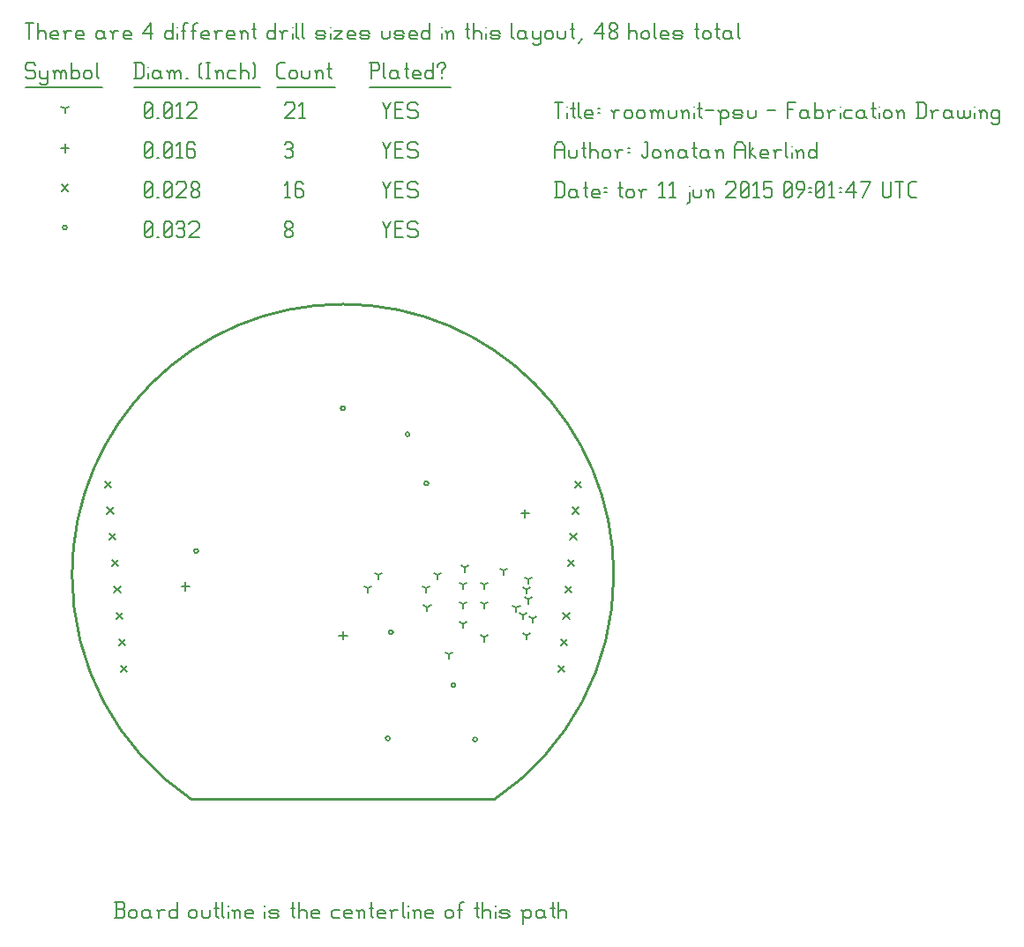
<source format=gbr>
G04 start of page 12 for group -3984 idx -3984 *
G04 Title: roomunit-psu, fab *
G04 Creator: pcb 1.99z *
G04 CreationDate: tor 11 jun 2015 09:01:47 UTC *
G04 For: jonatan *
G04 Format: Gerber/RS-274X *
G04 PCB-Dimensions (mil): 2401.57 2401.57 *
G04 PCB-Coordinate-Origin: lower left *
%MOIN*%
%FSLAX25Y25*%
%LNFAB*%
%ADD106C,0.0100*%
%ADD105C,0.0075*%
%ADD104C,0.0060*%
%ADD103R,0.0080X0.0080*%
G54D103*X136208Y58268D02*G75*G03X137808Y58268I800J0D01*G01*
G75*G03X136208Y58268I-800J0D01*G01*
X143688Y173228D02*G75*G03X145288Y173228I800J0D01*G01*
G75*G03X143688Y173228I-800J0D01*G01*
X150775Y154724D02*G75*G03X152375Y154724I800J0D01*G01*
G75*G03X150775Y154724I-800J0D01*G01*
X137389Y98425D02*G75*G03X138989Y98425I800J0D01*G01*
G75*G03X137389Y98425I-800J0D01*G01*
X119279Y183071D02*G75*G03X120879Y183071I800J0D01*G01*
G75*G03X119279Y183071I-800J0D01*G01*
X63767Y129134D02*G75*G03X65367Y129134I800J0D01*G01*
G75*G03X63767Y129134I-800J0D01*G01*
X169279Y57874D02*G75*G03X170879Y57874I800J0D01*G01*
G75*G03X169279Y57874I-800J0D01*G01*
X161011Y78346D02*G75*G03X162611Y78346I800J0D01*G01*
G75*G03X161011Y78346I-800J0D01*G01*
X14200Y251407D02*G75*G03X15800Y251407I800J0D01*G01*
G75*G03X14200Y251407I-800J0D01*G01*
G54D104*X135000Y253657D02*X136500Y250657D01*
X138000Y253657D01*
X136500Y250657D02*Y247657D01*
X139800Y250957D02*X142050D01*
X139800Y247657D02*X142800D01*
X139800Y253657D02*Y247657D01*
Y253657D02*X142800D01*
X147600D02*X148350Y252907D01*
X145350Y253657D02*X147600D01*
X144600Y252907D02*X145350Y253657D01*
X144600Y252907D02*Y251407D01*
X145350Y250657D01*
X147600D01*
X148350Y249907D01*
Y248407D01*
X147600Y247657D02*X148350Y248407D01*
X145350Y247657D02*X147600D01*
X144600Y248407D02*X145350Y247657D01*
X98000Y248407D02*X98750Y247657D01*
X98000Y249607D02*Y248407D01*
Y249607D02*X99050Y250657D01*
X99950D01*
X101000Y249607D01*
Y248407D01*
X100250Y247657D02*X101000Y248407D01*
X98750Y247657D02*X100250D01*
X98000Y251707D02*X99050Y250657D01*
X98000Y252907D02*Y251707D01*
Y252907D02*X98750Y253657D01*
X100250D01*
X101000Y252907D01*
Y251707D01*
X99950Y250657D02*X101000Y251707D01*
X45000Y248407D02*X45750Y247657D01*
X45000Y252907D02*Y248407D01*
Y252907D02*X45750Y253657D01*
X47250D01*
X48000Y252907D01*
Y248407D01*
X47250Y247657D02*X48000Y248407D01*
X45750Y247657D02*X47250D01*
X45000Y249157D02*X48000Y252157D01*
X49800Y247657D02*X50550D01*
X52350Y248407D02*X53100Y247657D01*
X52350Y252907D02*Y248407D01*
Y252907D02*X53100Y253657D01*
X54600D01*
X55350Y252907D01*
Y248407D01*
X54600Y247657D02*X55350Y248407D01*
X53100Y247657D02*X54600D01*
X52350Y249157D02*X55350Y252157D01*
X57150Y252907D02*X57900Y253657D01*
X59400D01*
X60150Y252907D01*
X59400Y247657D02*X60150Y248407D01*
X57900Y247657D02*X59400D01*
X57150Y248407D02*X57900Y247657D01*
Y250957D02*X59400D01*
X60150Y252907D02*Y251707D01*
Y250207D02*Y248407D01*
Y250207D02*X59400Y250957D01*
X60150Y251707D02*X59400Y250957D01*
X61950Y252907D02*X62700Y253657D01*
X64950D01*
X65700Y252907D01*
Y251407D01*
X61950Y247657D02*X65700Y251407D01*
X61950Y247657D02*X65700D01*
X36202Y85846D02*X38602Y83446D01*
X36202D02*X38602Y85846D01*
X35330Y95807D02*X37730Y93407D01*
X35330D02*X37730Y95807D01*
X34458Y105770D02*X36858Y103370D01*
X34458D02*X36858Y105770D01*
X33587Y115731D02*X35987Y113331D01*
X33587D02*X35987Y115731D01*
X32715Y125693D02*X35115Y123293D01*
X32715D02*X35115Y125693D01*
X31844Y135656D02*X34244Y133256D01*
X31844D02*X34244Y135656D01*
X30972Y145617D02*X33372Y143217D01*
X30972D02*X33372Y145617D01*
X30101Y155579D02*X32501Y153179D01*
X30101D02*X32501Y155579D01*
X201556Y85846D02*X203956Y83446D01*
X201556D02*X203956Y85846D01*
X202428Y95807D02*X204828Y93407D01*
X202428D02*X204828Y95807D01*
X203299Y105770D02*X205699Y103370D01*
X203299D02*X205699Y105770D01*
X204170Y115731D02*X206570Y113331D01*
X204170D02*X206570Y115731D01*
X205042Y125693D02*X207442Y123293D01*
X205042D02*X207442Y125693D01*
X205914Y135656D02*X208314Y133256D01*
X205914D02*X208314Y135656D01*
X206785Y145617D02*X209185Y143217D01*
X206785D02*X209185Y145617D01*
X207657Y155579D02*X210057Y153179D01*
X207657D02*X210057Y155579D01*
X13800Y267607D02*X16200Y265207D01*
X13800D02*X16200Y267607D01*
X135000Y268657D02*X136500Y265657D01*
X138000Y268657D01*
X136500Y265657D02*Y262657D01*
X139800Y265957D02*X142050D01*
X139800Y262657D02*X142800D01*
X139800Y268657D02*Y262657D01*
Y268657D02*X142800D01*
X147600D02*X148350Y267907D01*
X145350Y268657D02*X147600D01*
X144600Y267907D02*X145350Y268657D01*
X144600Y267907D02*Y266407D01*
X145350Y265657D01*
X147600D01*
X148350Y264907D01*
Y263407D01*
X147600Y262657D02*X148350Y263407D01*
X145350Y262657D02*X147600D01*
X144600Y263407D02*X145350Y262657D01*
X98000Y267457D02*X99200Y268657D01*
Y262657D01*
X98000D02*X100250D01*
X104300Y268657D02*X105050Y267907D01*
X102800Y268657D02*X104300D01*
X102050Y267907D02*X102800Y268657D01*
X102050Y267907D02*Y263407D01*
X102800Y262657D01*
X104300Y265957D02*X105050Y265207D01*
X102050Y265957D02*X104300D01*
X102800Y262657D02*X104300D01*
X105050Y263407D01*
Y265207D02*Y263407D01*
X45000D02*X45750Y262657D01*
X45000Y267907D02*Y263407D01*
Y267907D02*X45750Y268657D01*
X47250D01*
X48000Y267907D01*
Y263407D01*
X47250Y262657D02*X48000Y263407D01*
X45750Y262657D02*X47250D01*
X45000Y264157D02*X48000Y267157D01*
X49800Y262657D02*X50550D01*
X52350Y263407D02*X53100Y262657D01*
X52350Y267907D02*Y263407D01*
Y267907D02*X53100Y268657D01*
X54600D01*
X55350Y267907D01*
Y263407D01*
X54600Y262657D02*X55350Y263407D01*
X53100Y262657D02*X54600D01*
X52350Y264157D02*X55350Y267157D01*
X57150Y267907D02*X57900Y268657D01*
X60150D01*
X60900Y267907D01*
Y266407D01*
X57150Y262657D02*X60900Y266407D01*
X57150Y262657D02*X60900D01*
X62700Y263407D02*X63450Y262657D01*
X62700Y264607D02*Y263407D01*
Y264607D02*X63750Y265657D01*
X64650D01*
X65700Y264607D01*
Y263407D01*
X64950Y262657D02*X65700Y263407D01*
X63450Y262657D02*X64950D01*
X62700Y266707D02*X63750Y265657D01*
X62700Y267907D02*Y266707D01*
Y267907D02*X63450Y268657D01*
X64950D01*
X65700Y267907D01*
Y266707D01*
X64650Y265657D02*X65700Y266707D01*
X120079Y98844D02*Y95644D01*
X118479Y97244D02*X121679D01*
X188976Y144907D02*Y141707D01*
X187376Y143307D02*X190576D01*
X60630Y117348D02*Y114148D01*
X59030Y115748D02*X62230D01*
X15000Y283007D02*Y279807D01*
X13400Y281407D02*X16600D01*
X135000Y283657D02*X136500Y280657D01*
X138000Y283657D01*
X136500Y280657D02*Y277657D01*
X139800Y280957D02*X142050D01*
X139800Y277657D02*X142800D01*
X139800Y283657D02*Y277657D01*
Y283657D02*X142800D01*
X147600D02*X148350Y282907D01*
X145350Y283657D02*X147600D01*
X144600Y282907D02*X145350Y283657D01*
X144600Y282907D02*Y281407D01*
X145350Y280657D01*
X147600D01*
X148350Y279907D01*
Y278407D01*
X147600Y277657D02*X148350Y278407D01*
X145350Y277657D02*X147600D01*
X144600Y278407D02*X145350Y277657D01*
X98000Y282907D02*X98750Y283657D01*
X100250D01*
X101000Y282907D01*
X100250Y277657D02*X101000Y278407D01*
X98750Y277657D02*X100250D01*
X98000Y278407D02*X98750Y277657D01*
Y280957D02*X100250D01*
X101000Y282907D02*Y281707D01*
Y280207D02*Y278407D01*
Y280207D02*X100250Y280957D01*
X101000Y281707D02*X100250Y280957D01*
X45000Y278407D02*X45750Y277657D01*
X45000Y282907D02*Y278407D01*
Y282907D02*X45750Y283657D01*
X47250D01*
X48000Y282907D01*
Y278407D01*
X47250Y277657D02*X48000Y278407D01*
X45750Y277657D02*X47250D01*
X45000Y279157D02*X48000Y282157D01*
X49800Y277657D02*X50550D01*
X52350Y278407D02*X53100Y277657D01*
X52350Y282907D02*Y278407D01*
Y282907D02*X53100Y283657D01*
X54600D01*
X55350Y282907D01*
Y278407D01*
X54600Y277657D02*X55350Y278407D01*
X53100Y277657D02*X54600D01*
X52350Y279157D02*X55350Y282157D01*
X57150Y282457D02*X58350Y283657D01*
Y277657D01*
X57150D02*X59400D01*
X63450Y283657D02*X64200Y282907D01*
X61950Y283657D02*X63450D01*
X61200Y282907D02*X61950Y283657D01*
X61200Y282907D02*Y278407D01*
X61950Y277657D01*
X63450Y280957D02*X64200Y280207D01*
X61200Y280957D02*X63450D01*
X61950Y277657D02*X63450D01*
X64200Y278407D01*
Y280207D02*Y278407D01*
X191732Y103543D02*Y101943D01*
Y103543D02*X193119Y104343D01*
X191732Y103543D02*X190346Y104343D01*
X189567Y97244D02*Y95644D01*
Y97244D02*X190954Y98044D01*
X189567Y97244D02*X188180Y98044D01*
X188189Y104921D02*Y103321D01*
Y104921D02*X189576Y105721D01*
X188189Y104921D02*X186802Y105721D01*
X190157Y110827D02*Y109227D01*
Y110827D02*X191544Y111627D01*
X190157Y110827D02*X188771Y111627D01*
X180906Y121654D02*Y120054D01*
Y121654D02*X182292Y122454D01*
X180906Y121654D02*X179519Y122454D01*
X190157Y118307D02*Y116707D01*
Y118307D02*X191544Y119107D01*
X190157Y118307D02*X188771Y119107D01*
X189370Y114567D02*Y112967D01*
Y114567D02*X190757Y115367D01*
X189370Y114567D02*X187983Y115367D01*
X185630Y107677D02*Y106077D01*
Y107677D02*X187017Y108477D01*
X185630Y107677D02*X184243Y108477D01*
X160039Y89961D02*Y88361D01*
Y89961D02*X161426Y90761D01*
X160039Y89961D02*X158653Y90761D01*
X151575Y114961D02*Y113361D01*
Y114961D02*X152961Y115761D01*
X151575Y114961D02*X150188Y115761D01*
X155906Y120079D02*Y118479D01*
Y120079D02*X157292Y120879D01*
X155906Y120079D02*X154519Y120879D01*
X151969Y107874D02*Y106274D01*
Y107874D02*X153355Y108674D01*
X151969Y107874D02*X150582Y108674D01*
X166142Y122835D02*Y121235D01*
Y122835D02*X167528Y123635D01*
X166142Y122835D02*X164755Y123635D01*
X129528Y114961D02*Y113361D01*
Y114961D02*X130914Y115761D01*
X129528Y114961D02*X128141Y115761D01*
X133465Y120079D02*Y118479D01*
Y120079D02*X134851Y120879D01*
X133465Y120079D02*X132078Y120879D01*
X165551Y116339D02*Y114739D01*
Y116339D02*X166938Y117139D01*
X165551Y116339D02*X164165Y117139D01*
X173425Y116339D02*Y114739D01*
Y116339D02*X174812Y117139D01*
X173425Y116339D02*X172039Y117139D01*
X173425Y96457D02*Y94857D01*
Y96457D02*X174812Y97257D01*
X173425Y96457D02*X172039Y97257D01*
X165551Y101575D02*Y99975D01*
Y101575D02*X166938Y102375D01*
X165551Y101575D02*X164165Y102375D01*
X165551Y109055D02*Y107455D01*
Y109055D02*X166938Y109855D01*
X165551Y109055D02*X164165Y109855D01*
X173425Y109055D02*Y107455D01*
Y109055D02*X174812Y109855D01*
X173425Y109055D02*X172039Y109855D01*
X15000Y296407D02*Y294807D01*
Y296407D02*X16387Y297207D01*
X15000Y296407D02*X13613Y297207D01*
X135000Y298657D02*X136500Y295657D01*
X138000Y298657D01*
X136500Y295657D02*Y292657D01*
X139800Y295957D02*X142050D01*
X139800Y292657D02*X142800D01*
X139800Y298657D02*Y292657D01*
Y298657D02*X142800D01*
X147600D02*X148350Y297907D01*
X145350Y298657D02*X147600D01*
X144600Y297907D02*X145350Y298657D01*
X144600Y297907D02*Y296407D01*
X145350Y295657D01*
X147600D01*
X148350Y294907D01*
Y293407D01*
X147600Y292657D02*X148350Y293407D01*
X145350Y292657D02*X147600D01*
X144600Y293407D02*X145350Y292657D01*
X98000Y297907D02*X98750Y298657D01*
X101000D01*
X101750Y297907D01*
Y296407D01*
X98000Y292657D02*X101750Y296407D01*
X98000Y292657D02*X101750D01*
X103550Y297457D02*X104750Y298657D01*
Y292657D01*
X103550D02*X105800D01*
X45000Y293407D02*X45750Y292657D01*
X45000Y297907D02*Y293407D01*
Y297907D02*X45750Y298657D01*
X47250D01*
X48000Y297907D01*
Y293407D01*
X47250Y292657D02*X48000Y293407D01*
X45750Y292657D02*X47250D01*
X45000Y294157D02*X48000Y297157D01*
X49800Y292657D02*X50550D01*
X52350Y293407D02*X53100Y292657D01*
X52350Y297907D02*Y293407D01*
Y297907D02*X53100Y298657D01*
X54600D01*
X55350Y297907D01*
Y293407D01*
X54600Y292657D02*X55350Y293407D01*
X53100Y292657D02*X54600D01*
X52350Y294157D02*X55350Y297157D01*
X57150Y297457D02*X58350Y298657D01*
Y292657D01*
X57150D02*X59400D01*
X61200Y297907D02*X61950Y298657D01*
X64200D01*
X64950Y297907D01*
Y296407D01*
X61200Y292657D02*X64950Y296407D01*
X61200Y292657D02*X64950D01*
X3000Y313657D02*X3750Y312907D01*
X750Y313657D02*X3000D01*
X0Y312907D02*X750Y313657D01*
X0Y312907D02*Y311407D01*
X750Y310657D01*
X3000D01*
X3750Y309907D01*
Y308407D01*
X3000Y307657D02*X3750Y308407D01*
X750Y307657D02*X3000D01*
X0Y308407D02*X750Y307657D01*
X5550Y310657D02*Y308407D01*
X6300Y307657D01*
X8550Y310657D02*Y306157D01*
X7800Y305407D02*X8550Y306157D01*
X6300Y305407D02*X7800D01*
X5550Y306157D02*X6300Y305407D01*
Y307657D02*X7800D01*
X8550Y308407D01*
X11100Y309907D02*Y307657D01*
Y309907D02*X11850Y310657D01*
X12600D01*
X13350Y309907D01*
Y307657D01*
Y309907D02*X14100Y310657D01*
X14850D01*
X15600Y309907D01*
Y307657D01*
X10350Y310657D02*X11100Y309907D01*
X17400Y313657D02*Y307657D01*
Y308407D02*X18150Y307657D01*
X19650D01*
X20400Y308407D01*
Y309907D02*Y308407D01*
X19650Y310657D02*X20400Y309907D01*
X18150Y310657D02*X19650D01*
X17400Y309907D02*X18150Y310657D01*
X22200Y309907D02*Y308407D01*
Y309907D02*X22950Y310657D01*
X24450D01*
X25200Y309907D01*
Y308407D01*
X24450Y307657D02*X25200Y308407D01*
X22950Y307657D02*X24450D01*
X22200Y308407D02*X22950Y307657D01*
X27000Y313657D02*Y308407D01*
X27750Y307657D01*
X0Y304407D02*X29250D01*
X41750Y313657D02*Y307657D01*
X43700Y313657D02*X44750Y312607D01*
Y308707D01*
X43700Y307657D02*X44750Y308707D01*
X41000Y307657D02*X43700D01*
X41000Y313657D02*X43700D01*
G54D105*X46550Y312157D02*Y312007D01*
G54D104*Y309907D02*Y307657D01*
X50300Y310657D02*X51050Y309907D01*
X48800Y310657D02*X50300D01*
X48050Y309907D02*X48800Y310657D01*
X48050Y309907D02*Y308407D01*
X48800Y307657D01*
X51050Y310657D02*Y308407D01*
X51800Y307657D01*
X48800D02*X50300D01*
X51050Y308407D01*
X54350Y309907D02*Y307657D01*
Y309907D02*X55100Y310657D01*
X55850D01*
X56600Y309907D01*
Y307657D01*
Y309907D02*X57350Y310657D01*
X58100D01*
X58850Y309907D01*
Y307657D01*
X53600Y310657D02*X54350Y309907D01*
X60650Y307657D02*X61400D01*
X65900Y308407D02*X66650Y307657D01*
X65900Y312907D02*X66650Y313657D01*
X65900Y312907D02*Y308407D01*
X68450Y313657D02*X69950D01*
X69200D02*Y307657D01*
X68450D02*X69950D01*
X72500Y309907D02*Y307657D01*
Y309907D02*X73250Y310657D01*
X74000D01*
X74750Y309907D01*
Y307657D01*
X71750Y310657D02*X72500Y309907D01*
X77300Y310657D02*X79550D01*
X76550Y309907D02*X77300Y310657D01*
X76550Y309907D02*Y308407D01*
X77300Y307657D01*
X79550D01*
X81350Y313657D02*Y307657D01*
Y309907D02*X82100Y310657D01*
X83600D01*
X84350Y309907D01*
Y307657D01*
X86150Y313657D02*X86900Y312907D01*
Y308407D01*
X86150Y307657D02*X86900Y308407D01*
X41000Y304407D02*X88700D01*
X96050Y307657D02*X98000D01*
X95000Y308707D02*X96050Y307657D01*
X95000Y312607D02*Y308707D01*
Y312607D02*X96050Y313657D01*
X98000D01*
X99800Y309907D02*Y308407D01*
Y309907D02*X100550Y310657D01*
X102050D01*
X102800Y309907D01*
Y308407D01*
X102050Y307657D02*X102800Y308407D01*
X100550Y307657D02*X102050D01*
X99800Y308407D02*X100550Y307657D01*
X104600Y310657D02*Y308407D01*
X105350Y307657D01*
X106850D01*
X107600Y308407D01*
Y310657D02*Y308407D01*
X110150Y309907D02*Y307657D01*
Y309907D02*X110900Y310657D01*
X111650D01*
X112400Y309907D01*
Y307657D01*
X109400Y310657D02*X110150Y309907D01*
X114950Y313657D02*Y308407D01*
X115700Y307657D01*
X114200Y311407D02*X115700D01*
X95000Y304407D02*X117200D01*
X130750Y313657D02*Y307657D01*
X130000Y313657D02*X133000D01*
X133750Y312907D01*
Y311407D01*
X133000Y310657D02*X133750Y311407D01*
X130750Y310657D02*X133000D01*
X135550Y313657D02*Y308407D01*
X136300Y307657D01*
X140050Y310657D02*X140800Y309907D01*
X138550Y310657D02*X140050D01*
X137800Y309907D02*X138550Y310657D01*
X137800Y309907D02*Y308407D01*
X138550Y307657D01*
X140800Y310657D02*Y308407D01*
X141550Y307657D01*
X138550D02*X140050D01*
X140800Y308407D01*
X144100Y313657D02*Y308407D01*
X144850Y307657D01*
X143350Y311407D02*X144850D01*
X147100Y307657D02*X149350D01*
X146350Y308407D02*X147100Y307657D01*
X146350Y309907D02*Y308407D01*
Y309907D02*X147100Y310657D01*
X148600D01*
X149350Y309907D01*
X146350Y309157D02*X149350D01*
Y309907D02*Y309157D01*
X154150Y313657D02*Y307657D01*
X153400D02*X154150Y308407D01*
X151900Y307657D02*X153400D01*
X151150Y308407D02*X151900Y307657D01*
X151150Y309907D02*Y308407D01*
Y309907D02*X151900Y310657D01*
X153400D01*
X154150Y309907D01*
X157450Y310657D02*Y309907D01*
Y308407D02*Y307657D01*
X155950Y312907D02*Y312157D01*
Y312907D02*X156700Y313657D01*
X158200D01*
X158950Y312907D01*
Y312157D01*
X157450Y310657D02*X158950Y312157D01*
X130000Y304407D02*X160750D01*
X0Y328657D02*X3000D01*
X1500D02*Y322657D01*
X4800Y328657D02*Y322657D01*
Y324907D02*X5550Y325657D01*
X7050D01*
X7800Y324907D01*
Y322657D01*
X10350D02*X12600D01*
X9600Y323407D02*X10350Y322657D01*
X9600Y324907D02*Y323407D01*
Y324907D02*X10350Y325657D01*
X11850D01*
X12600Y324907D01*
X9600Y324157D02*X12600D01*
Y324907D02*Y324157D01*
X15150Y324907D02*Y322657D01*
Y324907D02*X15900Y325657D01*
X17400D01*
X14400D02*X15150Y324907D01*
X19950Y322657D02*X22200D01*
X19200Y323407D02*X19950Y322657D01*
X19200Y324907D02*Y323407D01*
Y324907D02*X19950Y325657D01*
X21450D01*
X22200Y324907D01*
X19200Y324157D02*X22200D01*
Y324907D02*Y324157D01*
X28950Y325657D02*X29700Y324907D01*
X27450Y325657D02*X28950D01*
X26700Y324907D02*X27450Y325657D01*
X26700Y324907D02*Y323407D01*
X27450Y322657D01*
X29700Y325657D02*Y323407D01*
X30450Y322657D01*
X27450D02*X28950D01*
X29700Y323407D01*
X33000Y324907D02*Y322657D01*
Y324907D02*X33750Y325657D01*
X35250D01*
X32250D02*X33000Y324907D01*
X37800Y322657D02*X40050D01*
X37050Y323407D02*X37800Y322657D01*
X37050Y324907D02*Y323407D01*
Y324907D02*X37800Y325657D01*
X39300D01*
X40050Y324907D01*
X37050Y324157D02*X40050D01*
Y324907D02*Y324157D01*
X44550Y324907D02*X47550Y328657D01*
X44550Y324907D02*X48300D01*
X47550Y328657D02*Y322657D01*
X55800Y328657D02*Y322657D01*
X55050D02*X55800Y323407D01*
X53550Y322657D02*X55050D01*
X52800Y323407D02*X53550Y322657D01*
X52800Y324907D02*Y323407D01*
Y324907D02*X53550Y325657D01*
X55050D01*
X55800Y324907D01*
G54D105*X57600Y327157D02*Y327007D01*
G54D104*Y324907D02*Y322657D01*
X59850Y327907D02*Y322657D01*
Y327907D02*X60600Y328657D01*
X61350D01*
X59100Y325657D02*X60600D01*
X63600Y327907D02*Y322657D01*
Y327907D02*X64350Y328657D01*
X65100D01*
X62850Y325657D02*X64350D01*
X67350Y322657D02*X69600D01*
X66600Y323407D02*X67350Y322657D01*
X66600Y324907D02*Y323407D01*
Y324907D02*X67350Y325657D01*
X68850D01*
X69600Y324907D01*
X66600Y324157D02*X69600D01*
Y324907D02*Y324157D01*
X72150Y324907D02*Y322657D01*
Y324907D02*X72900Y325657D01*
X74400D01*
X71400D02*X72150Y324907D01*
X76950Y322657D02*X79200D01*
X76200Y323407D02*X76950Y322657D01*
X76200Y324907D02*Y323407D01*
Y324907D02*X76950Y325657D01*
X78450D01*
X79200Y324907D01*
X76200Y324157D02*X79200D01*
Y324907D02*Y324157D01*
X81750Y324907D02*Y322657D01*
Y324907D02*X82500Y325657D01*
X83250D01*
X84000Y324907D01*
Y322657D01*
X81000Y325657D02*X81750Y324907D01*
X86550Y328657D02*Y323407D01*
X87300Y322657D01*
X85800Y326407D02*X87300D01*
X94500Y328657D02*Y322657D01*
X93750D02*X94500Y323407D01*
X92250Y322657D02*X93750D01*
X91500Y323407D02*X92250Y322657D01*
X91500Y324907D02*Y323407D01*
Y324907D02*X92250Y325657D01*
X93750D01*
X94500Y324907D01*
X97050D02*Y322657D01*
Y324907D02*X97800Y325657D01*
X99300D01*
X96300D02*X97050Y324907D01*
G54D105*X101100Y327157D02*Y327007D01*
G54D104*Y324907D02*Y322657D01*
X102600Y328657D02*Y323407D01*
X103350Y322657D01*
X104850Y328657D02*Y323407D01*
X105600Y322657D01*
X110550D02*X112800D01*
X113550Y323407D01*
X112800Y324157D02*X113550Y323407D01*
X110550Y324157D02*X112800D01*
X109800Y324907D02*X110550Y324157D01*
X109800Y324907D02*X110550Y325657D01*
X112800D01*
X113550Y324907D01*
X109800Y323407D02*X110550Y322657D01*
G54D105*X115350Y327157D02*Y327007D01*
G54D104*Y324907D02*Y322657D01*
X116850Y325657D02*X119850D01*
X116850Y322657D02*X119850Y325657D01*
X116850Y322657D02*X119850D01*
X122400D02*X124650D01*
X121650Y323407D02*X122400Y322657D01*
X121650Y324907D02*Y323407D01*
Y324907D02*X122400Y325657D01*
X123900D01*
X124650Y324907D01*
X121650Y324157D02*X124650D01*
Y324907D02*Y324157D01*
X127200Y322657D02*X129450D01*
X130200Y323407D01*
X129450Y324157D02*X130200Y323407D01*
X127200Y324157D02*X129450D01*
X126450Y324907D02*X127200Y324157D01*
X126450Y324907D02*X127200Y325657D01*
X129450D01*
X130200Y324907D01*
X126450Y323407D02*X127200Y322657D01*
X134700Y325657D02*Y323407D01*
X135450Y322657D01*
X136950D01*
X137700Y323407D01*
Y325657D02*Y323407D01*
X140250Y322657D02*X142500D01*
X143250Y323407D01*
X142500Y324157D02*X143250Y323407D01*
X140250Y324157D02*X142500D01*
X139500Y324907D02*X140250Y324157D01*
X139500Y324907D02*X140250Y325657D01*
X142500D01*
X143250Y324907D01*
X139500Y323407D02*X140250Y322657D01*
X145800D02*X148050D01*
X145050Y323407D02*X145800Y322657D01*
X145050Y324907D02*Y323407D01*
Y324907D02*X145800Y325657D01*
X147300D01*
X148050Y324907D01*
X145050Y324157D02*X148050D01*
Y324907D02*Y324157D01*
X152850Y328657D02*Y322657D01*
X152100D02*X152850Y323407D01*
X150600Y322657D02*X152100D01*
X149850Y323407D02*X150600Y322657D01*
X149850Y324907D02*Y323407D01*
Y324907D02*X150600Y325657D01*
X152100D01*
X152850Y324907D01*
G54D105*X157350Y327157D02*Y327007D01*
G54D104*Y324907D02*Y322657D01*
X159600Y324907D02*Y322657D01*
Y324907D02*X160350Y325657D01*
X161100D01*
X161850Y324907D01*
Y322657D01*
X158850Y325657D02*X159600Y324907D01*
X167100Y328657D02*Y323407D01*
X167850Y322657D01*
X166350Y326407D02*X167850D01*
X169350Y328657D02*Y322657D01*
Y324907D02*X170100Y325657D01*
X171600D01*
X172350Y324907D01*
Y322657D01*
G54D105*X174150Y327157D02*Y327007D01*
G54D104*Y324907D02*Y322657D01*
X176400D02*X178650D01*
X179400Y323407D01*
X178650Y324157D02*X179400Y323407D01*
X176400Y324157D02*X178650D01*
X175650Y324907D02*X176400Y324157D01*
X175650Y324907D02*X176400Y325657D01*
X178650D01*
X179400Y324907D01*
X175650Y323407D02*X176400Y322657D01*
X183900Y328657D02*Y323407D01*
X184650Y322657D01*
X188400Y325657D02*X189150Y324907D01*
X186900Y325657D02*X188400D01*
X186150Y324907D02*X186900Y325657D01*
X186150Y324907D02*Y323407D01*
X186900Y322657D01*
X189150Y325657D02*Y323407D01*
X189900Y322657D01*
X186900D02*X188400D01*
X189150Y323407D01*
X191700Y325657D02*Y323407D01*
X192450Y322657D01*
X194700Y325657D02*Y321157D01*
X193950Y320407D02*X194700Y321157D01*
X192450Y320407D02*X193950D01*
X191700Y321157D02*X192450Y320407D01*
Y322657D02*X193950D01*
X194700Y323407D01*
X196500Y324907D02*Y323407D01*
Y324907D02*X197250Y325657D01*
X198750D01*
X199500Y324907D01*
Y323407D01*
X198750Y322657D02*X199500Y323407D01*
X197250Y322657D02*X198750D01*
X196500Y323407D02*X197250Y322657D01*
X201300Y325657D02*Y323407D01*
X202050Y322657D01*
X203550D01*
X204300Y323407D01*
Y325657D02*Y323407D01*
X206850Y328657D02*Y323407D01*
X207600Y322657D01*
X206100Y326407D02*X207600D01*
X209100Y321157D02*X210600Y322657D01*
X215100Y324907D02*X218100Y328657D01*
X215100Y324907D02*X218850D01*
X218100Y328657D02*Y322657D01*
X220650Y323407D02*X221400Y322657D01*
X220650Y324607D02*Y323407D01*
Y324607D02*X221700Y325657D01*
X222600D01*
X223650Y324607D01*
Y323407D01*
X222900Y322657D02*X223650Y323407D01*
X221400Y322657D02*X222900D01*
X220650Y326707D02*X221700Y325657D01*
X220650Y327907D02*Y326707D01*
Y327907D02*X221400Y328657D01*
X222900D01*
X223650Y327907D01*
Y326707D01*
X222600Y325657D02*X223650Y326707D01*
X228150Y328657D02*Y322657D01*
Y324907D02*X228900Y325657D01*
X230400D01*
X231150Y324907D01*
Y322657D01*
X232950Y324907D02*Y323407D01*
Y324907D02*X233700Y325657D01*
X235200D01*
X235950Y324907D01*
Y323407D01*
X235200Y322657D02*X235950Y323407D01*
X233700Y322657D02*X235200D01*
X232950Y323407D02*X233700Y322657D01*
X237750Y328657D02*Y323407D01*
X238500Y322657D01*
X240750D02*X243000D01*
X240000Y323407D02*X240750Y322657D01*
X240000Y324907D02*Y323407D01*
Y324907D02*X240750Y325657D01*
X242250D01*
X243000Y324907D01*
X240000Y324157D02*X243000D01*
Y324907D02*Y324157D01*
X245550Y322657D02*X247800D01*
X248550Y323407D01*
X247800Y324157D02*X248550Y323407D01*
X245550Y324157D02*X247800D01*
X244800Y324907D02*X245550Y324157D01*
X244800Y324907D02*X245550Y325657D01*
X247800D01*
X248550Y324907D01*
X244800Y323407D02*X245550Y322657D01*
X253800Y328657D02*Y323407D01*
X254550Y322657D01*
X253050Y326407D02*X254550D01*
X256050Y324907D02*Y323407D01*
Y324907D02*X256800Y325657D01*
X258300D01*
X259050Y324907D01*
Y323407D01*
X258300Y322657D02*X259050Y323407D01*
X256800Y322657D02*X258300D01*
X256050Y323407D02*X256800Y322657D01*
X261600Y328657D02*Y323407D01*
X262350Y322657D01*
X260850Y326407D02*X262350D01*
X266100Y325657D02*X266850Y324907D01*
X264600Y325657D02*X266100D01*
X263850Y324907D02*X264600Y325657D01*
X263850Y324907D02*Y323407D01*
X264600Y322657D01*
X266850Y325657D02*Y323407D01*
X267600Y322657D01*
X264600D02*X266100D01*
X266850Y323407D01*
X269400Y328657D02*Y323407D01*
X270150Y322657D01*
G54D106*X177559Y35433D02*X62598D01*
X17717Y120079D02*G75*G02X120079Y222441I102362J0D01*G01*
G75*G02X222441Y120079I0J-102362D01*G01*
Y120079D02*G75*G02X177319Y35217I-102362J0D01*G01*
X62839Y35217D02*G75*G02X17717Y120079I57240J84862D01*G01*
G54D104*X33754Y-9500D02*X36754D01*
X37504Y-8750D01*
Y-6950D02*Y-8750D01*
X36754Y-6200D02*X37504Y-6950D01*
X34504Y-6200D02*X36754D01*
X34504Y-3500D02*Y-9500D01*
X33754Y-3500D02*X36754D01*
X37504Y-4250D01*
Y-5450D01*
X36754Y-6200D02*X37504Y-5450D01*
X39304Y-7250D02*Y-8750D01*
Y-7250D02*X40054Y-6500D01*
X41554D01*
X42304Y-7250D01*
Y-8750D01*
X41554Y-9500D02*X42304Y-8750D01*
X40054Y-9500D02*X41554D01*
X39304Y-8750D02*X40054Y-9500D01*
X46354Y-6500D02*X47104Y-7250D01*
X44854Y-6500D02*X46354D01*
X44104Y-7250D02*X44854Y-6500D01*
X44104Y-7250D02*Y-8750D01*
X44854Y-9500D01*
X47104Y-6500D02*Y-8750D01*
X47854Y-9500D01*
X44854D02*X46354D01*
X47104Y-8750D01*
X50404Y-7250D02*Y-9500D01*
Y-7250D02*X51154Y-6500D01*
X52654D01*
X49654D02*X50404Y-7250D01*
X57454Y-3500D02*Y-9500D01*
X56704D02*X57454Y-8750D01*
X55204Y-9500D02*X56704D01*
X54454Y-8750D02*X55204Y-9500D01*
X54454Y-7250D02*Y-8750D01*
Y-7250D02*X55204Y-6500D01*
X56704D01*
X57454Y-7250D01*
X61954D02*Y-8750D01*
Y-7250D02*X62704Y-6500D01*
X64204D01*
X64954Y-7250D01*
Y-8750D01*
X64204Y-9500D02*X64954Y-8750D01*
X62704Y-9500D02*X64204D01*
X61954Y-8750D02*X62704Y-9500D01*
X66754Y-6500D02*Y-8750D01*
X67504Y-9500D01*
X69004D01*
X69754Y-8750D01*
Y-6500D02*Y-8750D01*
X72304Y-3500D02*Y-8750D01*
X73054Y-9500D01*
X71554Y-5750D02*X73054D01*
X74554Y-3500D02*Y-8750D01*
X75304Y-9500D01*
G54D105*X76804Y-5000D02*Y-5150D01*
G54D104*Y-7250D02*Y-9500D01*
X79054Y-7250D02*Y-9500D01*
Y-7250D02*X79804Y-6500D01*
X80554D01*
X81304Y-7250D01*
Y-9500D01*
X78304Y-6500D02*X79054Y-7250D01*
X83854Y-9500D02*X86104D01*
X83104Y-8750D02*X83854Y-9500D01*
X83104Y-7250D02*Y-8750D01*
Y-7250D02*X83854Y-6500D01*
X85354D01*
X86104Y-7250D01*
X83104Y-8000D02*X86104D01*
Y-7250D02*Y-8000D01*
G54D105*X90604Y-5000D02*Y-5150D01*
G54D104*Y-7250D02*Y-9500D01*
X92854D02*X95104D01*
X95854Y-8750D01*
X95104Y-8000D02*X95854Y-8750D01*
X92854Y-8000D02*X95104D01*
X92104Y-7250D02*X92854Y-8000D01*
X92104Y-7250D02*X92854Y-6500D01*
X95104D01*
X95854Y-7250D01*
X92104Y-8750D02*X92854Y-9500D01*
X101104Y-3500D02*Y-8750D01*
X101854Y-9500D01*
X100354Y-5750D02*X101854D01*
X103354Y-3500D02*Y-9500D01*
Y-7250D02*X104104Y-6500D01*
X105604D01*
X106354Y-7250D01*
Y-9500D01*
X108904D02*X111154D01*
X108154Y-8750D02*X108904Y-9500D01*
X108154Y-7250D02*Y-8750D01*
Y-7250D02*X108904Y-6500D01*
X110404D01*
X111154Y-7250D01*
X108154Y-8000D02*X111154D01*
Y-7250D02*Y-8000D01*
X116404Y-6500D02*X118654D01*
X115654Y-7250D02*X116404Y-6500D01*
X115654Y-7250D02*Y-8750D01*
X116404Y-9500D01*
X118654D01*
X121204D02*X123454D01*
X120454Y-8750D02*X121204Y-9500D01*
X120454Y-7250D02*Y-8750D01*
Y-7250D02*X121204Y-6500D01*
X122704D01*
X123454Y-7250D01*
X120454Y-8000D02*X123454D01*
Y-7250D02*Y-8000D01*
X126004Y-7250D02*Y-9500D01*
Y-7250D02*X126754Y-6500D01*
X127504D01*
X128254Y-7250D01*
Y-9500D01*
X125254Y-6500D02*X126004Y-7250D01*
X130804Y-3500D02*Y-8750D01*
X131554Y-9500D01*
X130054Y-5750D02*X131554D01*
X133804Y-9500D02*X136054D01*
X133054Y-8750D02*X133804Y-9500D01*
X133054Y-7250D02*Y-8750D01*
Y-7250D02*X133804Y-6500D01*
X135304D01*
X136054Y-7250D01*
X133054Y-8000D02*X136054D01*
Y-7250D02*Y-8000D01*
X138604Y-7250D02*Y-9500D01*
Y-7250D02*X139354Y-6500D01*
X140854D01*
X137854D02*X138604Y-7250D01*
X142654Y-3500D02*Y-8750D01*
X143404Y-9500D01*
G54D105*X144904Y-5000D02*Y-5150D01*
G54D104*Y-7250D02*Y-9500D01*
X147154Y-7250D02*Y-9500D01*
Y-7250D02*X147904Y-6500D01*
X148654D01*
X149404Y-7250D01*
Y-9500D01*
X146404Y-6500D02*X147154Y-7250D01*
X151954Y-9500D02*X154204D01*
X151204Y-8750D02*X151954Y-9500D01*
X151204Y-7250D02*Y-8750D01*
Y-7250D02*X151954Y-6500D01*
X153454D01*
X154204Y-7250D01*
X151204Y-8000D02*X154204D01*
Y-7250D02*Y-8000D01*
X158704Y-7250D02*Y-8750D01*
Y-7250D02*X159454Y-6500D01*
X160954D01*
X161704Y-7250D01*
Y-8750D01*
X160954Y-9500D02*X161704Y-8750D01*
X159454Y-9500D02*X160954D01*
X158704Y-8750D02*X159454Y-9500D01*
X164254Y-4250D02*Y-9500D01*
Y-4250D02*X165004Y-3500D01*
X165754D01*
X163504Y-6500D02*X165004D01*
X170704Y-3500D02*Y-8750D01*
X171454Y-9500D01*
X169954Y-5750D02*X171454D01*
X172954Y-3500D02*Y-9500D01*
Y-7250D02*X173704Y-6500D01*
X175204D01*
X175954Y-7250D01*
Y-9500D01*
G54D105*X177754Y-5000D02*Y-5150D01*
G54D104*Y-7250D02*Y-9500D01*
X180004D02*X182254D01*
X183004Y-8750D01*
X182254Y-8000D02*X183004Y-8750D01*
X180004Y-8000D02*X182254D01*
X179254Y-7250D02*X180004Y-8000D01*
X179254Y-7250D02*X180004Y-6500D01*
X182254D01*
X183004Y-7250D01*
X179254Y-8750D02*X180004Y-9500D01*
X188254Y-7250D02*Y-11750D01*
X187504Y-6500D02*X188254Y-7250D01*
X189004Y-6500D01*
X190504D01*
X191254Y-7250D01*
Y-8750D01*
X190504Y-9500D02*X191254Y-8750D01*
X189004Y-9500D02*X190504D01*
X188254Y-8750D02*X189004Y-9500D01*
X195304Y-6500D02*X196054Y-7250D01*
X193804Y-6500D02*X195304D01*
X193054Y-7250D02*X193804Y-6500D01*
X193054Y-7250D02*Y-8750D01*
X193804Y-9500D01*
X196054Y-6500D02*Y-8750D01*
X196804Y-9500D01*
X193804D02*X195304D01*
X196054Y-8750D01*
X199354Y-3500D02*Y-8750D01*
X200104Y-9500D01*
X198604Y-5750D02*X200104D01*
X201604Y-3500D02*Y-9500D01*
Y-7250D02*X202354Y-6500D01*
X203854D01*
X204604Y-7250D01*
Y-9500D01*
X200750Y268657D02*Y262657D01*
X202700Y268657D02*X203750Y267607D01*
Y263707D01*
X202700Y262657D02*X203750Y263707D01*
X200000Y262657D02*X202700D01*
X200000Y268657D02*X202700D01*
X207800Y265657D02*X208550Y264907D01*
X206300Y265657D02*X207800D01*
X205550Y264907D02*X206300Y265657D01*
X205550Y264907D02*Y263407D01*
X206300Y262657D01*
X208550Y265657D02*Y263407D01*
X209300Y262657D01*
X206300D02*X207800D01*
X208550Y263407D01*
X211850Y268657D02*Y263407D01*
X212600Y262657D01*
X211100Y266407D02*X212600D01*
X214850Y262657D02*X217100D01*
X214100Y263407D02*X214850Y262657D01*
X214100Y264907D02*Y263407D01*
Y264907D02*X214850Y265657D01*
X216350D01*
X217100Y264907D01*
X214100Y264157D02*X217100D01*
Y264907D02*Y264157D01*
X218900Y266407D02*X219650D01*
X218900Y264907D02*X219650D01*
X224900Y268657D02*Y263407D01*
X225650Y262657D01*
X224150Y266407D02*X225650D01*
X227150Y264907D02*Y263407D01*
Y264907D02*X227900Y265657D01*
X229400D01*
X230150Y264907D01*
Y263407D01*
X229400Y262657D02*X230150Y263407D01*
X227900Y262657D02*X229400D01*
X227150Y263407D02*X227900Y262657D01*
X232700Y264907D02*Y262657D01*
Y264907D02*X233450Y265657D01*
X234950D01*
X231950D02*X232700Y264907D01*
X239450Y267457D02*X240650Y268657D01*
Y262657D01*
X239450D02*X241700D01*
X243500Y267457D02*X244700Y268657D01*
Y262657D01*
X243500D02*X245750D01*
G54D105*X251000Y267157D02*Y267007D01*
G54D104*Y264907D02*Y261157D01*
X250250Y260407D02*X251000Y261157D01*
X252500Y265657D02*Y263407D01*
X253250Y262657D01*
X254750D01*
X255500Y263407D01*
Y265657D02*Y263407D01*
X258050Y264907D02*Y262657D01*
Y264907D02*X258800Y265657D01*
X259550D01*
X260300Y264907D01*
Y262657D01*
X257300Y265657D02*X258050Y264907D01*
X264800Y267907D02*X265550Y268657D01*
X267800D01*
X268550Y267907D01*
Y266407D01*
X264800Y262657D02*X268550Y266407D01*
X264800Y262657D02*X268550D01*
X270350Y263407D02*X271100Y262657D01*
X270350Y267907D02*Y263407D01*
Y267907D02*X271100Y268657D01*
X272600D01*
X273350Y267907D01*
Y263407D01*
X272600Y262657D02*X273350Y263407D01*
X271100Y262657D02*X272600D01*
X270350Y264157D02*X273350Y267157D01*
X275150Y267457D02*X276350Y268657D01*
Y262657D01*
X275150D02*X277400D01*
X279200Y268657D02*X282200D01*
X279200D02*Y265657D01*
X279950Y266407D01*
X281450D01*
X282200Y265657D01*
Y263407D01*
X281450Y262657D02*X282200Y263407D01*
X279950Y262657D02*X281450D01*
X279200Y263407D02*X279950Y262657D01*
X286700Y263407D02*X287450Y262657D01*
X286700Y267907D02*Y263407D01*
Y267907D02*X287450Y268657D01*
X288950D01*
X289700Y267907D01*
Y263407D01*
X288950Y262657D02*X289700Y263407D01*
X287450Y262657D02*X288950D01*
X286700Y264157D02*X289700Y267157D01*
X292250Y262657D02*X294500Y265657D01*
Y267907D02*Y265657D01*
X293750Y268657D02*X294500Y267907D01*
X292250Y268657D02*X293750D01*
X291500Y267907D02*X292250Y268657D01*
X291500Y267907D02*Y266407D01*
X292250Y265657D01*
X294500D01*
X296300Y266407D02*X297050D01*
X296300Y264907D02*X297050D01*
X298850Y263407D02*X299600Y262657D01*
X298850Y267907D02*Y263407D01*
Y267907D02*X299600Y268657D01*
X301100D01*
X301850Y267907D01*
Y263407D01*
X301100Y262657D02*X301850Y263407D01*
X299600Y262657D02*X301100D01*
X298850Y264157D02*X301850Y267157D01*
X303650Y267457D02*X304850Y268657D01*
Y262657D01*
X303650D02*X305900D01*
X307700Y266407D02*X308450D01*
X307700Y264907D02*X308450D01*
X310250D02*X313250Y268657D01*
X310250Y264907D02*X314000D01*
X313250Y268657D02*Y262657D01*
X316550D02*X319550Y268657D01*
X315800D02*X319550D01*
X324050D02*Y263407D01*
X324800Y262657D01*
X326300D01*
X327050Y263407D01*
Y268657D02*Y263407D01*
X328850Y268657D02*X331850D01*
X330350D02*Y262657D01*
X334700D02*X336650D01*
X333650Y263707D02*X334700Y262657D01*
X333650Y267607D02*Y263707D01*
Y267607D02*X334700Y268657D01*
X336650D01*
X200000Y282157D02*Y277657D01*
Y282157D02*X201050Y283657D01*
X202700D01*
X203750Y282157D01*
Y277657D01*
X200000Y280657D02*X203750D01*
X205550D02*Y278407D01*
X206300Y277657D01*
X207800D01*
X208550Y278407D01*
Y280657D02*Y278407D01*
X211100Y283657D02*Y278407D01*
X211850Y277657D01*
X210350Y281407D02*X211850D01*
X213350Y283657D02*Y277657D01*
Y279907D02*X214100Y280657D01*
X215600D01*
X216350Y279907D01*
Y277657D01*
X218150Y279907D02*Y278407D01*
Y279907D02*X218900Y280657D01*
X220400D01*
X221150Y279907D01*
Y278407D01*
X220400Y277657D02*X221150Y278407D01*
X218900Y277657D02*X220400D01*
X218150Y278407D02*X218900Y277657D01*
X223700Y279907D02*Y277657D01*
Y279907D02*X224450Y280657D01*
X225950D01*
X222950D02*X223700Y279907D01*
X227750Y281407D02*X228500D01*
X227750Y279907D02*X228500D01*
X234050Y283657D02*X235250D01*
Y278407D01*
X234500Y277657D02*X235250Y278407D01*
X233750Y277657D02*X234500D01*
X233000Y278407D02*X233750Y277657D01*
X233000Y279157D02*Y278407D01*
X237050Y279907D02*Y278407D01*
Y279907D02*X237800Y280657D01*
X239300D01*
X240050Y279907D01*
Y278407D01*
X239300Y277657D02*X240050Y278407D01*
X237800Y277657D02*X239300D01*
X237050Y278407D02*X237800Y277657D01*
X242600Y279907D02*Y277657D01*
Y279907D02*X243350Y280657D01*
X244100D01*
X244850Y279907D01*
Y277657D01*
X241850Y280657D02*X242600Y279907D01*
X248900Y280657D02*X249650Y279907D01*
X247400Y280657D02*X248900D01*
X246650Y279907D02*X247400Y280657D01*
X246650Y279907D02*Y278407D01*
X247400Y277657D01*
X249650Y280657D02*Y278407D01*
X250400Y277657D01*
X247400D02*X248900D01*
X249650Y278407D01*
X252950Y283657D02*Y278407D01*
X253700Y277657D01*
X252200Y281407D02*X253700D01*
X257450Y280657D02*X258200Y279907D01*
X255950Y280657D02*X257450D01*
X255200Y279907D02*X255950Y280657D01*
X255200Y279907D02*Y278407D01*
X255950Y277657D01*
X258200Y280657D02*Y278407D01*
X258950Y277657D01*
X255950D02*X257450D01*
X258200Y278407D01*
X261500Y279907D02*Y277657D01*
Y279907D02*X262250Y280657D01*
X263000D01*
X263750Y279907D01*
Y277657D01*
X260750Y280657D02*X261500Y279907D01*
X268250Y282157D02*Y277657D01*
Y282157D02*X269300Y283657D01*
X270950D01*
X272000Y282157D01*
Y277657D01*
X268250Y280657D02*X272000D01*
X273800Y283657D02*Y277657D01*
Y279907D02*X276050Y277657D01*
X273800Y279907D02*X275300Y281407D01*
X278600Y277657D02*X280850D01*
X277850Y278407D02*X278600Y277657D01*
X277850Y279907D02*Y278407D01*
Y279907D02*X278600Y280657D01*
X280100D01*
X280850Y279907D01*
X277850Y279157D02*X280850D01*
Y279907D02*Y279157D01*
X283400Y279907D02*Y277657D01*
Y279907D02*X284150Y280657D01*
X285650D01*
X282650D02*X283400Y279907D01*
X287450Y283657D02*Y278407D01*
X288200Y277657D01*
G54D105*X289700Y282157D02*Y282007D01*
G54D104*Y279907D02*Y277657D01*
X291950Y279907D02*Y277657D01*
Y279907D02*X292700Y280657D01*
X293450D01*
X294200Y279907D01*
Y277657D01*
X291200Y280657D02*X291950Y279907D01*
X299000Y283657D02*Y277657D01*
X298250D02*X299000Y278407D01*
X296750Y277657D02*X298250D01*
X296000Y278407D02*X296750Y277657D01*
X296000Y279907D02*Y278407D01*
Y279907D02*X296750Y280657D01*
X298250D01*
X299000Y279907D01*
X200000Y298657D02*X203000D01*
X201500D02*Y292657D01*
G54D105*X204800Y297157D02*Y297007D01*
G54D104*Y294907D02*Y292657D01*
X207050Y298657D02*Y293407D01*
X207800Y292657D01*
X206300Y296407D02*X207800D01*
X209300Y298657D02*Y293407D01*
X210050Y292657D01*
X212300D02*X214550D01*
X211550Y293407D02*X212300Y292657D01*
X211550Y294907D02*Y293407D01*
Y294907D02*X212300Y295657D01*
X213800D01*
X214550Y294907D01*
X211550Y294157D02*X214550D01*
Y294907D02*Y294157D01*
X216350Y296407D02*X217100D01*
X216350Y294907D02*X217100D01*
X222350D02*Y292657D01*
Y294907D02*X223100Y295657D01*
X224600D01*
X221600D02*X222350Y294907D01*
X226400D02*Y293407D01*
Y294907D02*X227150Y295657D01*
X228650D01*
X229400Y294907D01*
Y293407D01*
X228650Y292657D02*X229400Y293407D01*
X227150Y292657D02*X228650D01*
X226400Y293407D02*X227150Y292657D01*
X231200Y294907D02*Y293407D01*
Y294907D02*X231950Y295657D01*
X233450D01*
X234200Y294907D01*
Y293407D01*
X233450Y292657D02*X234200Y293407D01*
X231950Y292657D02*X233450D01*
X231200Y293407D02*X231950Y292657D01*
X236750Y294907D02*Y292657D01*
Y294907D02*X237500Y295657D01*
X238250D01*
X239000Y294907D01*
Y292657D01*
Y294907D02*X239750Y295657D01*
X240500D01*
X241250Y294907D01*
Y292657D01*
X236000Y295657D02*X236750Y294907D01*
X243050Y295657D02*Y293407D01*
X243800Y292657D01*
X245300D01*
X246050Y293407D01*
Y295657D02*Y293407D01*
X248600Y294907D02*Y292657D01*
Y294907D02*X249350Y295657D01*
X250100D01*
X250850Y294907D01*
Y292657D01*
X247850Y295657D02*X248600Y294907D01*
G54D105*X252650Y297157D02*Y297007D01*
G54D104*Y294907D02*Y292657D01*
X254900Y298657D02*Y293407D01*
X255650Y292657D01*
X254150Y296407D02*X255650D01*
X257150Y295657D02*X260150D01*
X262700Y294907D02*Y290407D01*
X261950Y295657D02*X262700Y294907D01*
X263450Y295657D01*
X264950D01*
X265700Y294907D01*
Y293407D01*
X264950Y292657D02*X265700Y293407D01*
X263450Y292657D02*X264950D01*
X262700Y293407D02*X263450Y292657D01*
X268250D02*X270500D01*
X271250Y293407D01*
X270500Y294157D02*X271250Y293407D01*
X268250Y294157D02*X270500D01*
X267500Y294907D02*X268250Y294157D01*
X267500Y294907D02*X268250Y295657D01*
X270500D01*
X271250Y294907D01*
X267500Y293407D02*X268250Y292657D01*
X273050Y295657D02*Y293407D01*
X273800Y292657D01*
X275300D01*
X276050Y293407D01*
Y295657D02*Y293407D01*
X280550Y295657D02*X283550D01*
X288050Y298657D02*Y292657D01*
Y298657D02*X291050D01*
X288050Y295957D02*X290300D01*
X295100Y295657D02*X295850Y294907D01*
X293600Y295657D02*X295100D01*
X292850Y294907D02*X293600Y295657D01*
X292850Y294907D02*Y293407D01*
X293600Y292657D01*
X295850Y295657D02*Y293407D01*
X296600Y292657D01*
X293600D02*X295100D01*
X295850Y293407D01*
X298400Y298657D02*Y292657D01*
Y293407D02*X299150Y292657D01*
X300650D01*
X301400Y293407D01*
Y294907D02*Y293407D01*
X300650Y295657D02*X301400Y294907D01*
X299150Y295657D02*X300650D01*
X298400Y294907D02*X299150Y295657D01*
X303950Y294907D02*Y292657D01*
Y294907D02*X304700Y295657D01*
X306200D01*
X303200D02*X303950Y294907D01*
G54D105*X308000Y297157D02*Y297007D01*
G54D104*Y294907D02*Y292657D01*
X310250Y295657D02*X312500D01*
X309500Y294907D02*X310250Y295657D01*
X309500Y294907D02*Y293407D01*
X310250Y292657D01*
X312500D01*
X316550Y295657D02*X317300Y294907D01*
X315050Y295657D02*X316550D01*
X314300Y294907D02*X315050Y295657D01*
X314300Y294907D02*Y293407D01*
X315050Y292657D01*
X317300Y295657D02*Y293407D01*
X318050Y292657D01*
X315050D02*X316550D01*
X317300Y293407D01*
X320600Y298657D02*Y293407D01*
X321350Y292657D01*
X319850Y296407D02*X321350D01*
G54D105*X322850Y297157D02*Y297007D01*
G54D104*Y294907D02*Y292657D01*
X324350Y294907D02*Y293407D01*
Y294907D02*X325100Y295657D01*
X326600D01*
X327350Y294907D01*
Y293407D01*
X326600Y292657D02*X327350Y293407D01*
X325100Y292657D02*X326600D01*
X324350Y293407D02*X325100Y292657D01*
X329900Y294907D02*Y292657D01*
Y294907D02*X330650Y295657D01*
X331400D01*
X332150Y294907D01*
Y292657D01*
X329150Y295657D02*X329900Y294907D01*
X337400Y298657D02*Y292657D01*
X339350Y298657D02*X340400Y297607D01*
Y293707D01*
X339350Y292657D02*X340400Y293707D01*
X336650Y292657D02*X339350D01*
X336650Y298657D02*X339350D01*
X342950Y294907D02*Y292657D01*
Y294907D02*X343700Y295657D01*
X345200D01*
X342200D02*X342950Y294907D01*
X349250Y295657D02*X350000Y294907D01*
X347750Y295657D02*X349250D01*
X347000Y294907D02*X347750Y295657D01*
X347000Y294907D02*Y293407D01*
X347750Y292657D01*
X350000Y295657D02*Y293407D01*
X350750Y292657D01*
X347750D02*X349250D01*
X350000Y293407D01*
X352550Y295657D02*Y293407D01*
X353300Y292657D01*
X354050D01*
X354800Y293407D01*
Y295657D02*Y293407D01*
X355550Y292657D01*
X356300D01*
X357050Y293407D01*
Y295657D02*Y293407D01*
G54D105*X358850Y297157D02*Y297007D01*
G54D104*Y294907D02*Y292657D01*
X361100Y294907D02*Y292657D01*
Y294907D02*X361850Y295657D01*
X362600D01*
X363350Y294907D01*
Y292657D01*
X360350Y295657D02*X361100Y294907D01*
X367400Y295657D02*X368150Y294907D01*
X365900Y295657D02*X367400D01*
X365150Y294907D02*X365900Y295657D01*
X365150Y294907D02*Y293407D01*
X365900Y292657D01*
X367400D01*
X368150Y293407D01*
X365150Y291157D02*X365900Y290407D01*
X367400D01*
X368150Y291157D01*
Y295657D02*Y291157D01*
M02*

</source>
